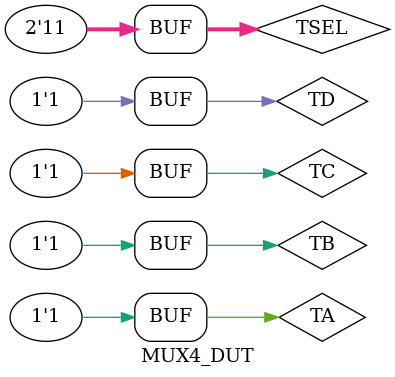
<source format=v>


module and3 (A,B,C,F);
  input A,B,C;
  output F;
  assign F = A&B&C;
    
endmodule 


module OR4 (A,B,C,D,F);
  input A,B,C,D;
  output F;
  assign F = A|B|C|D;
    
endmodule 



module MUX4 (SEL,A,B,C,D,OUT);
  input [1:0] SEL;
  input A,B,C,D;
  output OUT;
  
  
  and3 and1 (~SEL[0],~SEL[1],A,OUT1);
  
  and3 and2 (SEL[0],~SEL[1],B,OUT2);

  and3 and3 (~SEL[0],SEL[1],C,OUT3);

  and3 and4 (SEL[0],SEL[1],D,OUT4);

  OR4 or1 (OUT1,OUT2,OUT3,OUT4,OUT);

  
endmodule


/* Test Bench */

module MUX4_DUT();
  
  reg TA,TB,TC,TD;
  reg [1:0] TSEL;
  wire TF;
  
  initial
  begin
  
  TSEL = 2'b00;
#10 TA = 0;
#10 TA = 1;
#10 TSEL = 2'b01;
#10 TB = 0;
#10 TB = 1;
#10 TSEL = 2'b10;
#10 TC = 0;
#10 TC = 1;
#10 TSEL = 2'b11;
#10 TD = 0;
#10 TD = 1;


  end 
  
  MUX4 testMUX(TSEL,TA,TB,TC,TD,TF);
  
endmodule
</source>
